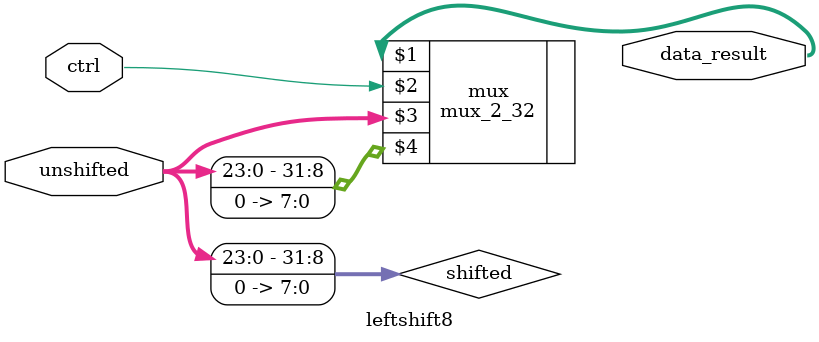
<source format=v>
module leftshift8(data_result, unshifted, ctrl);
    input [31:0] unshifted;
    input ctrl;

    output [31:0] data_result;

    wire [31:0] shifted;

    assign shifted[0] = 0;
    assign shifted[1] = 0;
    assign shifted[2] = 0;
    assign shifted[3] = 0;
    assign shifted[4] = 0;
    assign shifted[5] = 0;
    assign shifted[6] = 0;
    assign shifted[7] = 0;
    assign shifted[8] = unshifted[0];
    assign shifted[9] = unshifted[1];
    assign shifted[10] = unshifted[2];
    assign shifted[11] = unshifted[3];
    assign shifted[12] = unshifted[4];
    assign shifted[13] = unshifted[5];
    assign shifted[14] = unshifted[6];
    assign shifted[15] = unshifted[7];
    assign shifted[16] = unshifted[8];
    assign shifted[17] = unshifted[9];
    assign shifted[18] = unshifted[10];
    assign shifted[19] = unshifted[11];
    assign shifted[20] = unshifted[12];
    assign shifted[21] = unshifted[13];
    assign shifted[22] = unshifted[14];
    assign shifted[23] = unshifted[15];
    assign shifted[24] = unshifted[16];
    assign shifted[25] = unshifted[17];
    assign shifted[26] = unshifted[18];
    assign shifted[27] = unshifted[19];
    assign shifted[28] = unshifted[20];
    assign shifted[29] = unshifted[21];
    assign shifted[30] = unshifted[22];
    assign shifted[31] = unshifted[23];

    mux_2_32 mux(data_result, ctrl, unshifted, shifted);

endmodule
</source>
